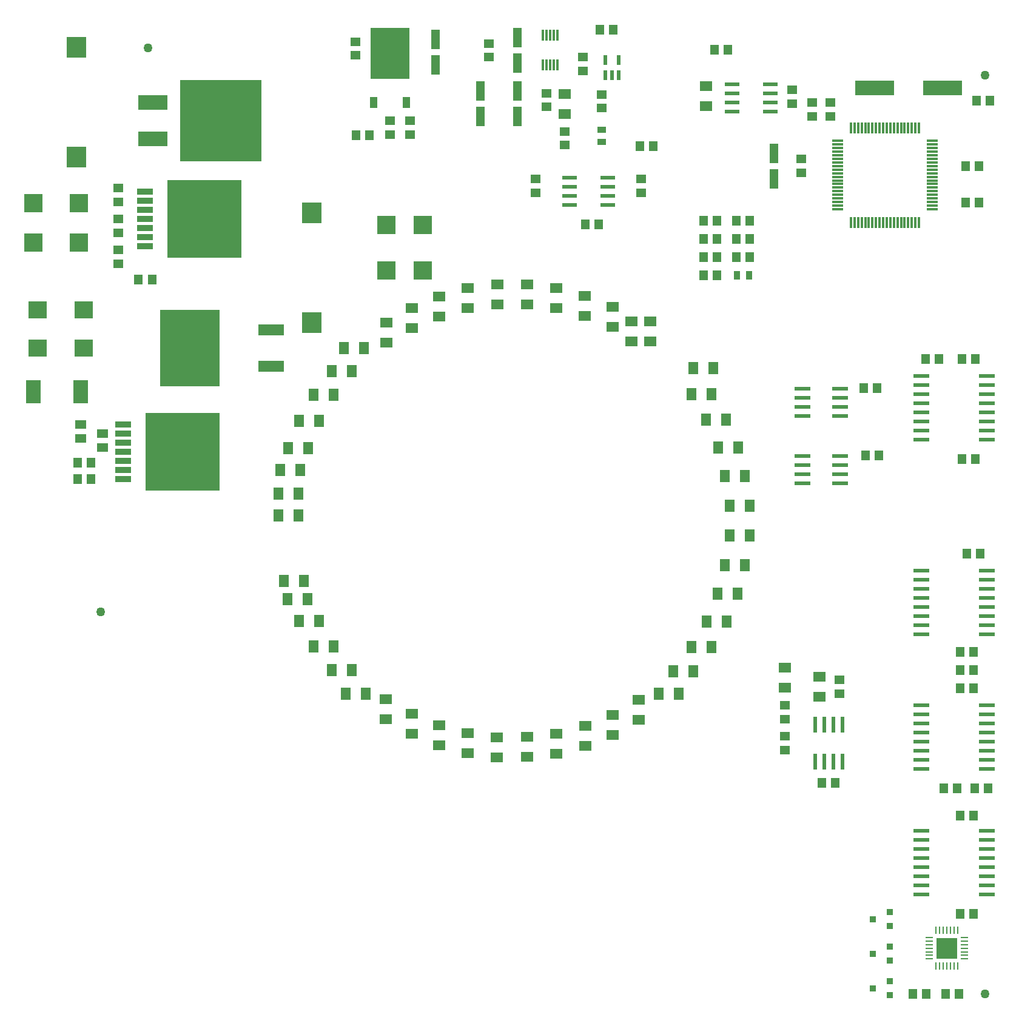
<source format=gtp>
%FSLAX23Y23*%
%MOIN*%
G70*
G01*
G75*
G04 Layer_Color=8421504*
%ADD10C,0.150*%
%ADD11R,0.050X0.055*%
%ADD12R,0.410X0.425*%
%ADD13R,0.085X0.036*%
%ADD14R,0.100X0.100*%
%ADD15R,0.041X0.010*%
%ADD16R,0.010X0.041*%
%ADD17R,0.118X0.118*%
%ADD18R,0.022X0.057*%
%ADD19R,0.022X0.057*%
%ADD20R,0.087X0.024*%
%ADD21R,0.087X0.024*%
%ADD22R,0.063X0.012*%
%ADD23R,0.012X0.063*%
%ADD24R,0.217X0.079*%
%ADD25R,0.037X0.035*%
%ADD26R,0.037X0.035*%
%ADD27R,0.012X0.063*%
%ADD28R,0.050X0.110*%
%ADD29R,0.102X0.094*%
%ADD30R,0.217X0.280*%
%ADD31R,0.039X0.063*%
%ADD32R,0.089X0.024*%
%ADD33R,0.035X0.049*%
%ADD34R,0.065X0.055*%
%ADD35R,0.024X0.087*%
%ADD36R,0.024X0.087*%
%ADD37R,0.100X0.100*%
%ADD38R,0.059X0.051*%
%ADD39R,0.110X0.115*%
%ADD40R,0.079X0.126*%
%ADD41R,0.079X0.126*%
%ADD42R,0.140X0.060*%
%ADD43R,0.330X0.420*%
%ADD44R,0.081X0.024*%
%ADD45R,0.049X0.035*%
%ADD46R,0.055X0.050*%
%ADD47R,0.055X0.065*%
%ADD48C,0.050*%
%ADD49R,0.160X0.080*%
%ADD50R,0.450X0.450*%
%ADD51C,0.035*%
%ADD52C,0.020*%
%ADD53C,0.010*%
%ADD54C,0.100*%
%ADD55C,0.075*%
%ADD56C,0.050*%
%ADD57C,0.025*%
%ADD58C,0.040*%
%ADD59C,0.030*%
%ADD60C,0.015*%
%ADD61C,0.070*%
%ADD62C,0.100*%
%ADD63C,0.065*%
%ADD64R,0.065X0.065*%
%ADD65C,0.150*%
%ADD66C,0.169*%
%ADD67C,0.390*%
%ADD68C,0.200*%
%ADD69C,0.150*%
%ADD70C,0.250*%
%ADD71C,0.125*%
%ADD72C,0.024*%
%ADD73C,0.025*%
%ADD74C,0.040*%
%ADD75C,0.008*%
%ADD76C,0.085*%
%ADD77C,0.102*%
%ADD78C,0.080*%
%ADD79C,0.131*%
%ADD80C,0.209*%
%ADD81C,0.430*%
%ADD82C,0.165*%
%ADD83C,0.290*%
%ADD84C,0.052*%
%ADD85C,0.055*%
%ADD86C,0.064*%
G04:AMPARAMS|DCode=87|XSize=43mil|YSize=59mil|CornerRadius=0mil|HoleSize=0mil|Usage=FLASHONLY|Rotation=240.000|XOffset=0mil|YOffset=0mil|HoleType=Round|Shape=Rectangle|*
%AMROTATEDRECTD87*
4,1,4,-0.015,0.034,0.036,0.004,0.015,-0.034,-0.036,-0.004,-0.015,0.034,0.0*
%
%ADD87ROTATEDRECTD87*%

G04:AMPARAMS|DCode=88|XSize=43mil|YSize=59mil|CornerRadius=0mil|HoleSize=0mil|Usage=FLASHONLY|Rotation=255.000|XOffset=0mil|YOffset=0mil|HoleType=Round|Shape=Rectangle|*
%AMROTATEDRECTD88*
4,1,4,-0.023,0.029,0.034,0.013,0.023,-0.029,-0.034,-0.013,-0.023,0.029,0.0*
%
%ADD88ROTATEDRECTD88*%

G04:AMPARAMS|DCode=89|XSize=43mil|YSize=59mil|CornerRadius=0mil|HoleSize=0mil|Usage=FLASHONLY|Rotation=210.000|XOffset=0mil|YOffset=0mil|HoleType=Round|Shape=Rectangle|*
%AMROTATEDRECTD89*
4,1,4,0.004,0.036,0.034,-0.015,-0.004,-0.036,-0.034,0.015,0.004,0.036,0.0*
%
%ADD89ROTATEDRECTD89*%

G04:AMPARAMS|DCode=90|XSize=43mil|YSize=59mil|CornerRadius=0mil|HoleSize=0mil|Usage=FLASHONLY|Rotation=225.000|XOffset=0mil|YOffset=0mil|HoleType=Round|Shape=Rectangle|*
%AMROTATEDRECTD90*
4,1,4,-0.006,0.036,0.036,-0.006,0.006,-0.036,-0.036,0.006,-0.006,0.036,0.0*
%
%ADD90ROTATEDRECTD90*%

%ADD91R,0.043X0.059*%
G04:AMPARAMS|DCode=92|XSize=43mil|YSize=59mil|CornerRadius=0mil|HoleSize=0mil|Usage=FLASHONLY|Rotation=195.000|XOffset=0mil|YOffset=0mil|HoleType=Round|Shape=Rectangle|*
%AMROTATEDRECTD92*
4,1,4,0.013,0.034,0.029,-0.023,-0.013,-0.034,-0.029,0.023,0.013,0.034,0.0*
%
%ADD92ROTATEDRECTD92*%

G04:AMPARAMS|DCode=93|XSize=43mil|YSize=59mil|CornerRadius=0mil|HoleSize=0mil|Usage=FLASHONLY|Rotation=150.000|XOffset=0mil|YOffset=0mil|HoleType=Round|Shape=Rectangle|*
%AMROTATEDRECTD93*
4,1,4,0.034,0.015,0.004,-0.036,-0.034,-0.015,-0.004,0.036,0.034,0.015,0.0*
%
%ADD93ROTATEDRECTD93*%

G04:AMPARAMS|DCode=94|XSize=43mil|YSize=59mil|CornerRadius=0mil|HoleSize=0mil|Usage=FLASHONLY|Rotation=165.000|XOffset=0mil|YOffset=0mil|HoleType=Round|Shape=Rectangle|*
%AMROTATEDRECTD94*
4,1,4,0.029,0.023,0.013,-0.034,-0.029,-0.023,-0.013,0.034,0.029,0.023,0.0*
%
%ADD94ROTATEDRECTD94*%

G04:AMPARAMS|DCode=95|XSize=43mil|YSize=59mil|CornerRadius=0mil|HoleSize=0mil|Usage=FLASHONLY|Rotation=120.000|XOffset=0mil|YOffset=0mil|HoleType=Round|Shape=Rectangle|*
%AMROTATEDRECTD95*
4,1,4,0.036,-0.004,-0.015,-0.034,-0.036,0.004,0.015,0.034,0.036,-0.004,0.0*
%
%ADD95ROTATEDRECTD95*%

G04:AMPARAMS|DCode=96|XSize=43mil|YSize=59mil|CornerRadius=0mil|HoleSize=0mil|Usage=FLASHONLY|Rotation=135.000|XOffset=0mil|YOffset=0mil|HoleType=Round|Shape=Rectangle|*
%AMROTATEDRECTD96*
4,1,4,0.036,0.006,-0.006,-0.036,-0.036,-0.006,0.006,0.036,0.036,0.006,0.0*
%
%ADD96ROTATEDRECTD96*%

%ADD97R,0.059X0.043*%
G04:AMPARAMS|DCode=98|XSize=43mil|YSize=59mil|CornerRadius=0mil|HoleSize=0mil|Usage=FLASHONLY|Rotation=105.000|XOffset=0mil|YOffset=0mil|HoleType=Round|Shape=Rectangle|*
%AMROTATEDRECTD98*
4,1,4,0.034,-0.013,-0.023,-0.029,-0.034,0.013,0.023,0.029,0.034,-0.013,0.0*
%
%ADD98ROTATEDRECTD98*%

G04:AMPARAMS|DCode=99|XSize=43mil|YSize=59mil|CornerRadius=0mil|HoleSize=0mil|Usage=FLASHONLY|Rotation=262.500|XOffset=0mil|YOffset=0mil|HoleType=Round|Shape=Rectangle|*
%AMROTATEDRECTD99*
4,1,4,-0.026,0.025,0.032,0.018,0.026,-0.025,-0.032,-0.018,-0.026,0.025,0.0*
%
%ADD99ROTATEDRECTD99*%

G04:AMPARAMS|DCode=100|XSize=43mil|YSize=59mil|CornerRadius=0mil|HoleSize=0mil|Usage=FLASHONLY|Rotation=247.500|XOffset=0mil|YOffset=0mil|HoleType=Round|Shape=Rectangle|*
%AMROTATEDRECTD100*
4,1,4,-0.019,0.031,0.036,0.009,0.019,-0.031,-0.036,-0.009,-0.019,0.031,0.0*
%
%ADD100ROTATEDRECTD100*%

G04:AMPARAMS|DCode=101|XSize=43mil|YSize=59mil|CornerRadius=0mil|HoleSize=0mil|Usage=FLASHONLY|Rotation=232.500|XOffset=0mil|YOffset=0mil|HoleType=Round|Shape=Rectangle|*
%AMROTATEDRECTD101*
4,1,4,-0.010,0.035,0.037,-0.001,0.010,-0.035,-0.037,0.001,-0.010,0.035,0.0*
%
%ADD101ROTATEDRECTD101*%

G04:AMPARAMS|DCode=102|XSize=43mil|YSize=59mil|CornerRadius=0mil|HoleSize=0mil|Usage=FLASHONLY|Rotation=217.500|XOffset=0mil|YOffset=0mil|HoleType=Round|Shape=Rectangle|*
%AMROTATEDRECTD102*
4,1,4,-0.001,0.037,0.035,-0.010,0.001,-0.037,-0.035,0.010,-0.001,0.037,0.0*
%
%ADD102ROTATEDRECTD102*%

G04:AMPARAMS|DCode=103|XSize=43mil|YSize=59mil|CornerRadius=0mil|HoleSize=0mil|Usage=FLASHONLY|Rotation=202.500|XOffset=0mil|YOffset=0mil|HoleType=Round|Shape=Rectangle|*
%AMROTATEDRECTD103*
4,1,4,0.009,0.036,0.031,-0.019,-0.009,-0.036,-0.031,0.019,0.009,0.036,0.0*
%
%ADD103ROTATEDRECTD103*%

G04:AMPARAMS|DCode=104|XSize=43mil|YSize=59mil|CornerRadius=0mil|HoleSize=0mil|Usage=FLASHONLY|Rotation=187.500|XOffset=0mil|YOffset=0mil|HoleType=Round|Shape=Rectangle|*
%AMROTATEDRECTD104*
4,1,4,0.018,0.032,0.025,-0.026,-0.018,-0.032,-0.025,0.026,0.018,0.032,0.0*
%
%ADD104ROTATEDRECTD104*%

G04:AMPARAMS|DCode=105|XSize=43mil|YSize=59mil|CornerRadius=0mil|HoleSize=0mil|Usage=FLASHONLY|Rotation=172.500|XOffset=0mil|YOffset=0mil|HoleType=Round|Shape=Rectangle|*
%AMROTATEDRECTD105*
4,1,4,0.025,0.026,0.018,-0.032,-0.025,-0.026,-0.018,0.032,0.025,0.026,0.0*
%
%ADD105ROTATEDRECTD105*%

G04:AMPARAMS|DCode=106|XSize=43mil|YSize=59mil|CornerRadius=0mil|HoleSize=0mil|Usage=FLASHONLY|Rotation=157.500|XOffset=0mil|YOffset=0mil|HoleType=Round|Shape=Rectangle|*
%AMROTATEDRECTD106*
4,1,4,0.031,0.019,0.009,-0.036,-0.031,-0.019,-0.009,0.036,0.031,0.019,0.0*
%
%ADD106ROTATEDRECTD106*%

G04:AMPARAMS|DCode=107|XSize=43mil|YSize=59mil|CornerRadius=0mil|HoleSize=0mil|Usage=FLASHONLY|Rotation=142.500|XOffset=0mil|YOffset=0mil|HoleType=Round|Shape=Rectangle|*
%AMROTATEDRECTD107*
4,1,4,0.035,0.010,-0.001,-0.037,-0.035,-0.010,0.001,0.037,0.035,0.010,0.0*
%
%ADD107ROTATEDRECTD107*%

G04:AMPARAMS|DCode=108|XSize=43mil|YSize=59mil|CornerRadius=0mil|HoleSize=0mil|Usage=FLASHONLY|Rotation=127.500|XOffset=0mil|YOffset=0mil|HoleType=Round|Shape=Rectangle|*
%AMROTATEDRECTD108*
4,1,4,0.037,0.001,-0.010,-0.035,-0.037,-0.001,0.010,0.035,0.037,0.001,0.0*
%
%ADD108ROTATEDRECTD108*%

G04:AMPARAMS|DCode=109|XSize=43mil|YSize=59mil|CornerRadius=0mil|HoleSize=0mil|Usage=FLASHONLY|Rotation=112.500|XOffset=0mil|YOffset=0mil|HoleType=Round|Shape=Rectangle|*
%AMROTATEDRECTD109*
4,1,4,0.036,-0.009,-0.019,-0.031,-0.036,0.009,0.019,0.031,0.036,-0.009,0.0*
%
%ADD109ROTATEDRECTD109*%

G04:AMPARAMS|DCode=110|XSize=43mil|YSize=59mil|CornerRadius=0mil|HoleSize=0mil|Usage=FLASHONLY|Rotation=97.500|XOffset=0mil|YOffset=0mil|HoleType=Round|Shape=Rectangle|*
%AMROTATEDRECTD110*
4,1,4,0.032,-0.018,-0.026,-0.025,-0.032,0.018,0.026,0.025,0.032,-0.018,0.0*
%
%ADD110ROTATEDRECTD110*%

%ADD111C,0.010*%
%ADD112C,0.004*%
%ADD113C,0.008*%
%ADD114C,0.005*%
%ADD115C,0.002*%
%ADD116C,0.002*%
%ADD117C,0.008*%
%ADD118C,0.006*%
D11*
X777Y2060D02*
D03*
X703D02*
D03*
X2537Y-820D02*
D03*
X2463D02*
D03*
X1933Y730D02*
D03*
X1943Y360D02*
D03*
X1113Y2590D02*
D03*
X1187D02*
D03*
X2567Y1750D02*
D03*
X2493D02*
D03*
X2447Y-1470D02*
D03*
X2373D02*
D03*
X2537Y-2160D02*
D03*
X2463D02*
D03*
X2537Y-720D02*
D03*
X2463D02*
D03*
X-1978Y1325D02*
D03*
X-2052D02*
D03*
X2547Y340D02*
D03*
X2473D02*
D03*
X2277Y-2600D02*
D03*
X2203D02*
D03*
X2017Y360D02*
D03*
X-857Y2120D02*
D03*
X-783D02*
D03*
X2463Y-920D02*
D03*
X2537D02*
D03*
X2500Y-180D02*
D03*
X2574D02*
D03*
X2473Y890D02*
D03*
X2547D02*
D03*
X2617Y-1470D02*
D03*
X2543D02*
D03*
X2273Y890D02*
D03*
X2347D02*
D03*
X2383Y-2600D02*
D03*
X2457D02*
D03*
X2007Y730D02*
D03*
X1127Y1650D02*
D03*
X1777Y-1443D02*
D03*
X1233Y1550D02*
D03*
X1307D02*
D03*
X1053Y1650D02*
D03*
X1127Y1550D02*
D03*
X1053D02*
D03*
Y1450D02*
D03*
Y1350D02*
D03*
X1703Y-1443D02*
D03*
X1233Y1450D02*
D03*
X1307D02*
D03*
X1127D02*
D03*
Y1350D02*
D03*
X-2313Y230D02*
D03*
X-2387D02*
D03*
X2463Y-1620D02*
D03*
X2537D02*
D03*
X2553Y2310D02*
D03*
X2627D02*
D03*
X2493Y1950D02*
D03*
X2567D02*
D03*
X1307Y1650D02*
D03*
X1233D02*
D03*
X-2313Y320D02*
D03*
X-2387D02*
D03*
X557Y2700D02*
D03*
X483D02*
D03*
X403Y1630D02*
D03*
X477D02*
D03*
D12*
X-1810Y380D02*
D03*
X-1690Y1660D02*
D03*
D13*
X-2138Y480D02*
D03*
Y530D02*
D03*
Y430D02*
D03*
Y380D02*
D03*
Y330D02*
D03*
Y280D02*
D03*
Y230D02*
D03*
X-2018Y1810D02*
D03*
Y1760D02*
D03*
Y1710D02*
D03*
Y1660D02*
D03*
Y1610D02*
D03*
Y1560D02*
D03*
Y1510D02*
D03*
D14*
X-2630Y1745D02*
D03*
X-2380D02*
D03*
Y1530D02*
D03*
X-2630D02*
D03*
D15*
X2292Y-2291D02*
D03*
Y-2311D02*
D03*
Y-2330D02*
D03*
Y-2350D02*
D03*
Y-2370D02*
D03*
Y-2389D02*
D03*
Y-2409D02*
D03*
X2488D02*
D03*
Y-2389D02*
D03*
Y-2370D02*
D03*
Y-2350D02*
D03*
Y-2330D02*
D03*
Y-2311D02*
D03*
Y-2291D02*
D03*
D16*
X2331Y-2448D02*
D03*
X2351D02*
D03*
X2370D02*
D03*
X2390D02*
D03*
X2410D02*
D03*
X2429D02*
D03*
X2449D02*
D03*
Y-2252D02*
D03*
X2429D02*
D03*
X2410D02*
D03*
X2390D02*
D03*
X2370D02*
D03*
X2351D02*
D03*
X2331D02*
D03*
D17*
X2390Y-2350D02*
D03*
D18*
X513Y2448D02*
D03*
D19*
X550Y2448D02*
D03*
X587D02*
D03*
Y2532D02*
D03*
X513D02*
D03*
D20*
X1802Y725D02*
D03*
X1598Y575D02*
D03*
Y625D02*
D03*
Y675D02*
D03*
Y725D02*
D03*
X1802Y625D02*
D03*
Y675D02*
D03*
Y255D02*
D03*
Y305D02*
D03*
X1598Y355D02*
D03*
Y305D02*
D03*
Y255D02*
D03*
Y205D02*
D03*
X1802Y355D02*
D03*
D21*
Y575D02*
D03*
Y205D02*
D03*
D22*
X1790Y1831D02*
D03*
Y1930D02*
D03*
X2310Y1989D02*
D03*
Y1752D02*
D03*
Y1772D02*
D03*
Y1792D02*
D03*
Y1811D02*
D03*
Y1910D02*
D03*
Y1930D02*
D03*
Y1969D02*
D03*
Y2008D02*
D03*
Y2067D02*
D03*
Y2087D02*
D03*
X1790Y1713D02*
D03*
Y1733D02*
D03*
Y1752D02*
D03*
Y1772D02*
D03*
Y1792D02*
D03*
Y1811D02*
D03*
Y1851D02*
D03*
Y1870D02*
D03*
Y1890D02*
D03*
Y1910D02*
D03*
Y2087D02*
D03*
Y2067D02*
D03*
Y2048D02*
D03*
Y1969D02*
D03*
Y1949D02*
D03*
Y2028D02*
D03*
X2310D02*
D03*
Y2048D02*
D03*
X1790Y1989D02*
D03*
Y2008D02*
D03*
X2310Y1713D02*
D03*
Y1733D02*
D03*
Y1831D02*
D03*
Y1851D02*
D03*
Y1870D02*
D03*
Y1890D02*
D03*
Y1949D02*
D03*
D23*
X2217Y1640D02*
D03*
X2237D02*
D03*
X2020D02*
D03*
X2198D02*
D03*
X1863D02*
D03*
X1922D02*
D03*
X1942D02*
D03*
X2060D02*
D03*
X2080D02*
D03*
X2099D02*
D03*
X2119D02*
D03*
X1902Y2160D02*
D03*
X2001D02*
D03*
X2020D02*
D03*
X2040D02*
D03*
X2060D02*
D03*
X2080D02*
D03*
X2099D02*
D03*
X2139D02*
D03*
X2158D02*
D03*
X2178D02*
D03*
X2198D02*
D03*
X1981D02*
D03*
X1961D02*
D03*
X1922D02*
D03*
X1902Y1640D02*
D03*
X1942Y2160D02*
D03*
X1883Y1640D02*
D03*
X1863Y2160D02*
D03*
X1883D02*
D03*
X2178Y1640D02*
D03*
X2158D02*
D03*
X2139D02*
D03*
X2217Y2160D02*
D03*
X2237D02*
D03*
X2119D02*
D03*
X1961Y1640D02*
D03*
X1981D02*
D03*
X2001D02*
D03*
X2040D02*
D03*
X249Y2667D02*
D03*
X230Y2667D02*
D03*
X210Y2667D02*
D03*
X171D02*
D03*
X230Y2505D02*
D03*
X210D02*
D03*
X190D02*
D03*
X171D02*
D03*
X190Y2667D02*
D03*
D24*
X2367Y2380D02*
D03*
X1993D02*
D03*
D25*
X2076Y-2533D02*
D03*
Y-2343D02*
D03*
Y-2153D02*
D03*
D26*
Y-2607D02*
D03*
X1984Y-2570D02*
D03*
X2076Y-2417D02*
D03*
X1984Y-2380D02*
D03*
Y-2190D02*
D03*
X2076Y-2227D02*
D03*
D27*
X249Y2505D02*
D03*
D28*
X-420Y2645D02*
D03*
Y2505D02*
D03*
X30Y2221D02*
D03*
Y2361D02*
D03*
X-175Y2221D02*
D03*
Y2361D02*
D03*
X29Y2516D02*
D03*
Y2656D02*
D03*
X1440Y2020D02*
D03*
Y1880D02*
D03*
D29*
X-2354Y1160D02*
D03*
X-2606D02*
D03*
Y950D02*
D03*
X-2354D02*
D03*
D30*
X-670Y2570D02*
D03*
D31*
X-760Y2300D02*
D03*
X-580D02*
D03*
D32*
X2610Y-625D02*
D03*
Y-575D02*
D03*
Y-525D02*
D03*
Y-475D02*
D03*
Y-425D02*
D03*
Y-375D02*
D03*
Y-325D02*
D03*
Y-275D02*
D03*
X2250Y-625D02*
D03*
Y-575D02*
D03*
Y-525D02*
D03*
Y-475D02*
D03*
Y-425D02*
D03*
Y-375D02*
D03*
Y-325D02*
D03*
Y-275D02*
D03*
Y-1015D02*
D03*
Y-1065D02*
D03*
Y-1115D02*
D03*
Y-1165D02*
D03*
Y-1215D02*
D03*
Y-1265D02*
D03*
Y-1315D02*
D03*
Y-1365D02*
D03*
X2610Y-1015D02*
D03*
Y-1065D02*
D03*
Y-1115D02*
D03*
Y-1165D02*
D03*
Y-1215D02*
D03*
Y-1265D02*
D03*
Y-1315D02*
D03*
Y-1365D02*
D03*
X2250Y-1705D02*
D03*
Y-1755D02*
D03*
Y-1805D02*
D03*
Y-1855D02*
D03*
Y-1905D02*
D03*
Y-1955D02*
D03*
Y-2005D02*
D03*
Y-2055D02*
D03*
X2610Y-1705D02*
D03*
Y-1755D02*
D03*
Y-1805D02*
D03*
Y-1855D02*
D03*
Y-1905D02*
D03*
Y-1955D02*
D03*
Y-2005D02*
D03*
Y-2055D02*
D03*
Y445D02*
D03*
Y495D02*
D03*
Y545D02*
D03*
Y595D02*
D03*
Y645D02*
D03*
Y695D02*
D03*
Y745D02*
D03*
Y795D02*
D03*
X2250Y445D02*
D03*
Y495D02*
D03*
Y545D02*
D03*
Y595D02*
D03*
Y645D02*
D03*
Y695D02*
D03*
Y745D02*
D03*
Y795D02*
D03*
D33*
X1303Y1350D02*
D03*
X1237D02*
D03*
D34*
X1690Y-968D02*
D03*
Y-858D02*
D03*
X554Y-1068D02*
D03*
X-82Y-1190D02*
D03*
X-692Y-980D02*
D03*
X-550Y1060D02*
D03*
X82Y1190D02*
D03*
X655Y985D02*
D03*
X244Y-1171D02*
D03*
X-401Y-1126D02*
D03*
X-243Y1167D02*
D03*
X401Y1126D02*
D03*
X554Y-1178D02*
D03*
X-82Y-1300D02*
D03*
X244Y-1281D02*
D03*
X-692Y-1090D02*
D03*
X-401Y-1236D02*
D03*
X-550Y1170D02*
D03*
X82Y1300D02*
D03*
X-243Y1277D02*
D03*
X655Y1095D02*
D03*
X401Y1236D02*
D03*
X760Y1095D02*
D03*
X553Y1176D02*
D03*
X244Y1279D02*
D03*
X-80Y1300D02*
D03*
X-400Y1232D02*
D03*
X-690Y1088D02*
D03*
X-551Y-1173D02*
D03*
X-243Y-1278D02*
D03*
X82Y-1299D02*
D03*
X402Y-1238D02*
D03*
X695Y-1095D02*
D03*
X760Y985D02*
D03*
X553Y1066D02*
D03*
X244Y1169D02*
D03*
X-80Y1190D02*
D03*
X-400Y1122D02*
D03*
X-690Y978D02*
D03*
X-551Y-1063D02*
D03*
X-243Y-1168D02*
D03*
X82Y-1189D02*
D03*
X402Y-1128D02*
D03*
X695Y-985D02*
D03*
X1500Y-918D02*
D03*
Y-808D02*
D03*
X1065Y2390D02*
D03*
Y2280D02*
D03*
X290Y2236D02*
D03*
Y2346D02*
D03*
D35*
X1715Y-1325D02*
D03*
X1815D02*
D03*
X1765D02*
D03*
X1665D02*
D03*
Y-1121D02*
D03*
X1715D02*
D03*
X1765D02*
D03*
D36*
X1815D02*
D03*
D37*
X-490Y1375D02*
D03*
Y1625D02*
D03*
X-690D02*
D03*
Y1375D02*
D03*
D38*
X-2250Y477D02*
D03*
Y403D02*
D03*
X-2370Y527D02*
D03*
Y453D02*
D03*
D39*
X-1100Y1692D02*
D03*
Y1087D02*
D03*
X-2395Y1997D02*
D03*
Y2602D02*
D03*
D40*
X-2630Y710D02*
D03*
D41*
X-2370D02*
D03*
D42*
X-1325Y850D02*
D03*
Y1050D02*
D03*
D43*
X-1770Y950D02*
D03*
D44*
X315Y1735D02*
D03*
Y1785D02*
D03*
Y1835D02*
D03*
Y1885D02*
D03*
X525Y1735D02*
D03*
Y1785D02*
D03*
Y1835D02*
D03*
Y1885D02*
D03*
X1210Y2300D02*
D03*
Y2350D02*
D03*
X1420Y2300D02*
D03*
X1210Y2250D02*
D03*
X1420Y2400D02*
D03*
Y2350D02*
D03*
Y2250D02*
D03*
X1210Y2400D02*
D03*
D45*
X494Y2083D02*
D03*
Y2149D02*
D03*
D46*
X130Y1803D02*
D03*
X710D02*
D03*
X130Y1877D02*
D03*
X1650Y2223D02*
D03*
Y2297D02*
D03*
X710Y1877D02*
D03*
X-2165Y1413D02*
D03*
X-560Y2123D02*
D03*
Y2197D02*
D03*
X190Y2348D02*
D03*
Y2274D02*
D03*
X-860Y2558D02*
D03*
Y2632D02*
D03*
X-2165Y1753D02*
D03*
Y1827D02*
D03*
X-126Y2623D02*
D03*
Y2549D02*
D03*
X-670Y2123D02*
D03*
Y2197D02*
D03*
X494Y2269D02*
D03*
Y2343D02*
D03*
X290Y2138D02*
D03*
Y2064D02*
D03*
X-2165Y1487D02*
D03*
Y1583D02*
D03*
Y1657D02*
D03*
X1590Y1913D02*
D03*
Y1987D02*
D03*
X1540Y2367D02*
D03*
X1500Y-1016D02*
D03*
Y-1090D02*
D03*
X1800Y-950D02*
D03*
Y-876D02*
D03*
X1500Y-1186D02*
D03*
Y-1260D02*
D03*
X1540Y2293D02*
D03*
X1750Y2297D02*
D03*
Y2223D02*
D03*
X390Y2547D02*
D03*
Y2473D02*
D03*
D47*
X986Y-696D02*
D03*
X-1060Y-550D02*
D03*
X-1175Y150D02*
D03*
X-980Y691D02*
D03*
X1067Y554D02*
D03*
X1195Y-80D02*
D03*
X1131Y-402D02*
D03*
X805Y-950D02*
D03*
X-881Y-821D02*
D03*
X-1145Y-330D02*
D03*
X-1121Y399D02*
D03*
X-815Y950D02*
D03*
X995Y840D02*
D03*
X1170Y245D02*
D03*
X1096Y-696D02*
D03*
X1241Y-402D02*
D03*
X915Y-950D02*
D03*
X-1170Y-550D02*
D03*
X-991Y-821D02*
D03*
X-1285Y150D02*
D03*
X-1255Y-330D02*
D03*
X-1090Y691D02*
D03*
X-1231Y399D02*
D03*
X-925Y950D02*
D03*
X1177Y554D02*
D03*
X1105Y840D02*
D03*
X1305Y-80D02*
D03*
X1280Y245D02*
D03*
X1242Y403D02*
D03*
X1096Y695D02*
D03*
X-991Y821D02*
D03*
X-1171Y550D02*
D03*
X-1275Y280D02*
D03*
X-1285Y30D02*
D03*
X-1089Y-691D02*
D03*
X-915Y-950D02*
D03*
X998Y-827D02*
D03*
X1179Y-554D02*
D03*
X1281Y-244D02*
D03*
X1132Y403D02*
D03*
X986Y695D02*
D03*
X-881Y821D02*
D03*
X-1061Y550D02*
D03*
X-1165Y280D02*
D03*
X-1175Y30D02*
D03*
X-1124Y-430D02*
D03*
X-979Y-691D02*
D03*
X-805Y-950D02*
D03*
X888Y-827D02*
D03*
X1069Y-554D02*
D03*
X1171Y-244D02*
D03*
X-1234Y-430D02*
D03*
X1195Y82D02*
D03*
X1305D02*
D03*
D48*
X2600Y-2600D02*
D03*
X-2000Y2600D02*
D03*
X2600Y2450D02*
D03*
X-2260Y-500D02*
D03*
D49*
X-1975Y2100D02*
D03*
Y2300D02*
D03*
D50*
X-1600Y2200D02*
D03*
M02*

</source>
